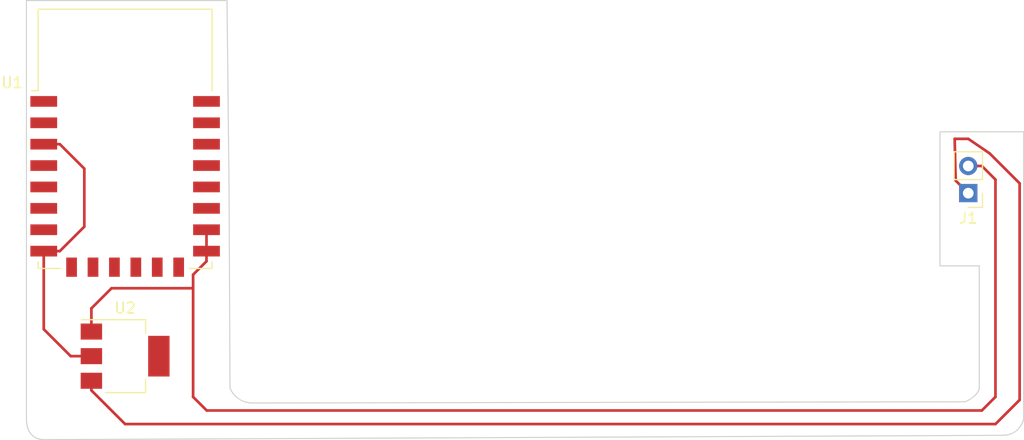
<source format=kicad_pcb>
(kicad_pcb (version 20171130) (host pcbnew 5.1.6+dfsg1-1)

  (general
    (thickness 1.6)
    (drawings 0)
    (tracks 32)
    (zones 0)
    (modules 4)
    (nets 22)
  )

  (page A4)
  (layers
    (0 F.Cu signal)
    (31 B.Cu signal)
    (32 B.Adhes user)
    (33 F.Adhes user)
    (34 B.Paste user)
    (35 F.Paste user)
    (36 B.SilkS user)
    (37 F.SilkS user)
    (38 B.Mask user)
    (39 F.Mask user)
    (40 Dwgs.User user)
    (41 Cmts.User user)
    (42 Eco1.User user)
    (43 Eco2.User user)
    (44 Edge.Cuts user)
    (45 Margin user)
    (46 B.CrtYd user)
    (47 F.CrtYd user)
    (48 B.Fab user)
    (49 F.Fab user)
  )

  (setup
    (last_trace_width 0.25)
    (trace_clearance 0.2)
    (zone_clearance 0.508)
    (zone_45_only no)
    (trace_min 0.2)
    (via_size 0.8)
    (via_drill 0.4)
    (via_min_size 0.4)
    (via_min_drill 0.3)
    (uvia_size 0.3)
    (uvia_drill 0.1)
    (uvias_allowed no)
    (uvia_min_size 0.2)
    (uvia_min_drill 0.1)
    (edge_width 0.05)
    (segment_width 0.2)
    (pcb_text_width 0.3)
    (pcb_text_size 1.5 1.5)
    (mod_edge_width 0.12)
    (mod_text_size 1 1)
    (mod_text_width 0.15)
    (pad_size 1.524 1.524)
    (pad_drill 0.762)
    (pad_to_mask_clearance 0.05)
    (aux_axis_origin 0 0)
    (visible_elements FFFFFF7F)
    (pcbplotparams
      (layerselection 0x010fc_ffffffff)
      (usegerberextensions false)
      (usegerberattributes true)
      (usegerberadvancedattributes true)
      (creategerberjobfile true)
      (excludeedgelayer true)
      (linewidth 0.100000)
      (plotframeref false)
      (viasonmask false)
      (mode 1)
      (useauxorigin false)
      (hpglpennumber 1)
      (hpglpenspeed 20)
      (hpglpendiameter 15.000000)
      (psnegative false)
      (psa4output false)
      (plotreference true)
      (plotvalue true)
      (plotinvisibletext false)
      (padsonsilk false)
      (subtractmaskfromsilk false)
      (outputformat 1)
      (mirror false)
      (drillshape 0)
      (scaleselection 1)
      (outputdirectory "../../opencoil-paracity/electronics/esp-wireless-charging-pcb/gerbers/"))
  )

  (net 0 "")
  (net 1 "Net-(J1-Pad1)")
  (net 2 "Net-(J1-Pad2)")
  (net 3 "Net-(U1-Pad1)")
  (net 4 "Net-(U1-Pad2)")
  (net 5 "Net-(U1-Pad3)")
  (net 6 "Net-(U1-Pad4)")
  (net 7 "Net-(U1-Pad5)")
  (net 8 "Net-(U1-Pad6)")
  (net 9 "Net-(U1-Pad7)")
  (net 10 "Net-(U1-Pad9)")
  (net 11 "Net-(U1-Pad10)")
  (net 12 "Net-(U1-Pad11)")
  (net 13 "Net-(U1-Pad12)")
  (net 14 "Net-(U1-Pad13)")
  (net 15 "Net-(U1-Pad14)")
  (net 16 "Net-(U1-Pad17)")
  (net 17 "Net-(U1-Pad18)")
  (net 18 "Net-(U1-Pad19)")
  (net 19 "Net-(U1-Pad20)")
  (net 20 "Net-(U1-Pad21)")
  (net 21 "Net-(U1-Pad22)")

  (net_class Default "This is the default net class."
    (clearance 0.2)
    (trace_width 0.25)
    (via_dia 0.8)
    (via_drill 0.4)
    (uvia_dia 0.3)
    (uvia_drill 0.1)
    (add_net "Net-(J1-Pad1)")
    (add_net "Net-(J1-Pad2)")
    (add_net "Net-(U1-Pad1)")
    (add_net "Net-(U1-Pad10)")
    (add_net "Net-(U1-Pad11)")
    (add_net "Net-(U1-Pad12)")
    (add_net "Net-(U1-Pad13)")
    (add_net "Net-(U1-Pad14)")
    (add_net "Net-(U1-Pad17)")
    (add_net "Net-(U1-Pad18)")
    (add_net "Net-(U1-Pad19)")
    (add_net "Net-(U1-Pad2)")
    (add_net "Net-(U1-Pad20)")
    (add_net "Net-(U1-Pad21)")
    (add_net "Net-(U1-Pad22)")
    (add_net "Net-(U1-Pad3)")
    (add_net "Net-(U1-Pad4)")
    (add_net "Net-(U1-Pad5)")
    (add_net "Net-(U1-Pad6)")
    (add_net "Net-(U1-Pad7)")
    (add_net "Net-(U1-Pad9)")
  )

  (module esp-wireless-charging-2:drawing (layer F.Cu) (tedit 0) (tstamp 5F6171A1)
    (at 149.86 72.39)
    (fp_text reference Ref** (at 0 0) (layer F.SilkS) hide
      (effects (font (size 1.27 1.27) (thickness 0.15)))
    )
    (fp_text value Val** (at 0 0) (layer F.SilkS) hide
      (effects (font (size 1.27 1.27) (thickness 0.15)))
    )
    (fp_line (start 36.923 11.0143) (end 36.923 11.0143) (layer Edge.Cuts) (width 0.1))
    (fp_line (start 36.923 -13.358) (end 36.923 11.0143) (layer Edge.Cuts) (width 0.1))
    (fp_line (start 29.107 -13.358) (end 36.923 -13.358) (layer Edge.Cuts) (width 0.1))
    (fp_line (start 29.106 -0.8235) (end 29.107 -13.358) (layer Edge.Cuts) (width 0.1))
    (fp_line (start 32.78 -0.8235) (end 29.106 -0.8235) (layer Edge.Cuts) (width 0.1))
    (fp_line (start 32.78 10.4921) (end 32.78 -0.8235) (layer Edge.Cuts) (width 0.1))
    (fp_line (start 32.766 10.6512) (end 32.78 10.4921) (layer Edge.Cuts) (width 0.1))
    (fp_line (start 32.723 10.8019) (end 32.766 10.6512) (layer Edge.Cuts) (width 0.1))
    (fp_line (start 32.659 10.9438) (end 32.723 10.8019) (layer Edge.Cuts) (width 0.1))
    (fp_line (start 32.573 11.0769) (end 32.659 10.9438) (layer Edge.Cuts) (width 0.1))
    (fp_line (start 32.362 11.3152) (end 32.573 11.0769) (layer Edge.Cuts) (width 0.1))
    (fp_line (start 32.117 11.5148) (end 32.362 11.3152) (layer Edge.Cuts) (width 0.1))
    (fp_line (start 31.874 11.6736) (end 32.117 11.5148) (layer Edge.Cuts) (width 0.1))
    (fp_line (start 31.662 11.7896) (end 31.874 11.6736) (layer Edge.Cuts) (width 0.1))
    (fp_line (start 31.455 11.8847) (end 31.662 11.7896) (layer Edge.Cuts) (width 0.1))
    (fp_line (start -35.0417 11.9987) (end 31.455 11.8847) (layer Edge.Cuts) (width 0.1))
    (fp_line (start -35.339 11.9831) (end -35.0417 11.9987) (layer Edge.Cuts) (width 0.1))
    (fp_line (start -35.6101 11.9389) (end -35.339 11.9831) (layer Edge.Cuts) (width 0.1))
    (fp_line (start -35.8559 11.8702) (end -35.6101 11.9389) (layer Edge.Cuts) (width 0.1))
    (fp_line (start -36.0774 11.7812) (end -35.8559 11.8702) (layer Edge.Cuts) (width 0.1))
    (fp_line (start -36.2757 11.6758) (end -36.0774 11.7812) (layer Edge.Cuts) (width 0.1))
    (fp_line (start -36.4516 11.5582) (end -36.2757 11.6758) (layer Edge.Cuts) (width 0.1))
    (fp_line (start -36.606 11.4323) (end -36.4516 11.5582) (layer Edge.Cuts) (width 0.1))
    (fp_line (start -36.7402 11.3024) (end -36.606 11.4323) (layer Edge.Cuts) (width 0.1))
    (fp_line (start -36.9512 11.0467) (end -36.7402 11.3024) (layer Edge.Cuts) (width 0.1))
    (fp_line (start -37.0923 10.8237) (end -36.9512 11.0467) (layer Edge.Cuts) (width 0.1))
    (fp_line (start -37.1959 10.6061) (end -37.0923 10.8237) (layer Edge.Cuts) (width 0.1))
    (fp_line (start -37.2337 2.4565) (end -37.1959 10.6061) (layer Edge.Cuts) (width 0.1))
    (fp_line (start -37.2796 -7.5676) (end -37.2337 2.4565) (layer Edge.Cuts) (width 0.1))
    (fp_line (start -37.4739 -25.63) (end -37.2796 -7.5676) (layer Edge.Cuts) (width 0.1))
    (fp_line (start -56.2065 -25.63) (end -37.4739 -25.63) (layer Edge.Cuts) (width 0.1))
    (fp_line (start -56.2065 0.0455) (end -56.2065 -25.63) (layer Edge.Cuts) (width 0.1))
    (fp_line (start -56.2065 0.3951) (end -56.2065 0.0455) (layer Edge.Cuts) (width 0.1))
    (fp_line (start -56.2065 13.5103) (end -56.2065 0.3951) (layer Edge.Cuts) (width 0.1))
    (fp_line (start -56.1885 13.8569) (end -56.2065 13.5103) (layer Edge.Cuts) (width 0.1))
    (fp_line (start -56.1378 14.159) (end -56.1885 13.8569) (layer Edge.Cuts) (width 0.1))
    (fp_line (start -56.0588 14.4196) (end -56.1378 14.159) (layer Edge.Cuts) (width 0.1))
    (fp_line (start -55.9565 14.6418) (end -56.0588 14.4196) (layer Edge.Cuts) (width 0.1))
    (fp_line (start -55.8353 14.8286) (end -55.9565 14.6418) (layer Edge.Cuts) (width 0.1))
    (fp_line (start -55.7001 14.9831) (end -55.8353 14.8286) (layer Edge.Cuts) (width 0.1))
    (fp_line (start -55.5555 15.1084) (end -55.7001 14.9831) (layer Edge.Cuts) (width 0.1))
    (fp_line (start -55.4062 15.2075) (end -55.5555 15.1084) (layer Edge.Cuts) (width 0.1))
    (fp_line (start -55.2569 15.2835) (end -55.4062 15.2075) (layer Edge.Cuts) (width 0.1))
    (fp_line (start -55.1123 15.3395) (end -55.2569 15.2835) (layer Edge.Cuts) (width 0.1))
    (fp_line (start -54.8559 15.4035) (end -55.1123 15.3395) (layer Edge.Cuts) (width 0.1))
    (fp_line (start -54.6746 15.4239) (end -54.8559 15.4035) (layer Edge.Cuts) (width 0.1))
    (fp_line (start -54.6058 15.4252) (end -54.6746 15.4239) (layer Edge.Cuts) (width 0.1))
    (fp_line (start 34.99 15.0185) (end -54.6058 15.4252) (layer Edge.Cuts) (width 0.1))
    (fp_line (start 35.275 15.0016) (end 34.99 15.0185) (layer Edge.Cuts) (width 0.1))
    (fp_line (start 35.533 14.9537) (end 35.275 15.0016) (layer Edge.Cuts) (width 0.1))
    (fp_line (start 35.764 14.8793) (end 35.533 14.9537) (layer Edge.Cuts) (width 0.1))
    (fp_line (start 35.968 14.7828) (end 35.764 14.8793) (layer Edge.Cuts) (width 0.1))
    (fp_line (start 36.149 14.6685) (end 35.968 14.7828) (layer Edge.Cuts) (width 0.1))
    (fp_line (start 36.306 14.5412) (end 36.149 14.6685) (layer Edge.Cuts) (width 0.1))
    (fp_line (start 36.441 14.4048) (end 36.306 14.5412) (layer Edge.Cuts) (width 0.1))
    (fp_line (start 36.558 14.264) (end 36.441 14.4048) (layer Edge.Cuts) (width 0.1))
    (fp_line (start 36.734 13.9871) (end 36.558 14.264) (layer Edge.Cuts) (width 0.1))
    (fp_line (start 36.846 13.7454) (end 36.734 13.9871) (layer Edge.Cuts) (width 0.1))
    (fp_line (start 36.923 13.5096) (end 36.846 13.7454) (layer Edge.Cuts) (width 0.1))
    (fp_line (start 36.923 11.0143) (end 36.923 13.5096) (layer Edge.Cuts) (width 0.1))
  )

  (module Connector_PinHeader_2.54mm:PinHeader_1x02_P2.54mm_Vertical (layer F.Cu) (tedit 59FED5CC) (tstamp 5F603AD4)
    (at 181.61 64.77 180)
    (descr "Through hole straight pin header, 1x02, 2.54mm pitch, single row")
    (tags "Through hole pin header THT 1x02 2.54mm single row")
    (path /5F5FEA51)
    (fp_text reference J1 (at 0 -2.33) (layer F.SilkS)
      (effects (font (size 1 1) (thickness 0.15)))
    )
    (fp_text value Conn_01x02 (at -3.81 0 -90) (layer F.Fab)
      (effects (font (size 1 1) (thickness 0.15)))
    )
    (fp_line (start -0.635 -1.27) (end 1.27 -1.27) (layer F.Fab) (width 0.1))
    (fp_line (start 1.27 -1.27) (end 1.27 3.81) (layer F.Fab) (width 0.1))
    (fp_line (start 1.27 3.81) (end -1.27 3.81) (layer F.Fab) (width 0.1))
    (fp_line (start -1.27 3.81) (end -1.27 -0.635) (layer F.Fab) (width 0.1))
    (fp_line (start -1.27 -0.635) (end -0.635 -1.27) (layer F.Fab) (width 0.1))
    (fp_line (start -1.33 3.87) (end 1.33 3.87) (layer F.SilkS) (width 0.12))
    (fp_line (start -1.33 1.27) (end -1.33 3.87) (layer F.SilkS) (width 0.12))
    (fp_line (start 1.33 1.27) (end 1.33 3.87) (layer F.SilkS) (width 0.12))
    (fp_line (start -1.33 1.27) (end 1.33 1.27) (layer F.SilkS) (width 0.12))
    (fp_line (start -1.33 0) (end -1.33 -1.33) (layer F.SilkS) (width 0.12))
    (fp_line (start -1.33 -1.33) (end 0 -1.33) (layer F.SilkS) (width 0.12))
    (fp_line (start -1.8 -1.8) (end -1.8 4.35) (layer F.CrtYd) (width 0.05))
    (fp_line (start -1.8 4.35) (end 1.8 4.35) (layer F.CrtYd) (width 0.05))
    (fp_line (start 1.8 4.35) (end 1.8 -1.8) (layer F.CrtYd) (width 0.05))
    (fp_line (start 1.8 -1.8) (end -1.8 -1.8) (layer F.CrtYd) (width 0.05))
    (fp_text user %R (at 0 1.27 90) (layer F.Fab)
      (effects (font (size 1 1) (thickness 0.15)))
    )
    (pad 1 thru_hole rect (at 0 0 180) (size 1.7 1.7) (drill 1) (layers *.Cu *.Mask)
      (net 1 "Net-(J1-Pad1)"))
    (pad 2 thru_hole oval (at 0 2.54 180) (size 1.7 1.7) (drill 1) (layers *.Cu *.Mask)
      (net 2 "Net-(J1-Pad2)"))
    (model ${KISYS3DMOD}/Connector_PinHeader_2.54mm.3dshapes/PinHeader_1x02_P2.54mm_Vertical.wrl
      (at (xyz 0 0 0))
      (scale (xyz 1 1 1))
      (rotate (xyz 0 0 0))
    )
  )

  (module RF_Module:ESP-12E (layer F.Cu) (tedit 5A030172) (tstamp 5F61F3CC)
    (at 102.87 59.69)
    (descr "Wi-Fi Module, http://wiki.ai-thinker.com/_media/esp8266/docs/aithinker_esp_12f_datasheet_en.pdf")
    (tags "Wi-Fi Module")
    (path /5F5FC996)
    (attr smd)
    (fp_text reference U1 (at -10.56 -5.26) (layer F.SilkS)
      (effects (font (size 1 1) (thickness 0.15)))
    )
    (fp_text value ESP-12F (at 0 3.81) (layer F.Fab)
      (effects (font (size 1 1) (thickness 0.15)))
    )
    (fp_line (start -8 -12) (end 8 -12) (layer F.Fab) (width 0.12))
    (fp_line (start 8 -12) (end 8 12) (layer F.Fab) (width 0.12))
    (fp_line (start 8 12) (end -8 12) (layer F.Fab) (width 0.12))
    (fp_line (start -8 12) (end -8 -3) (layer F.Fab) (width 0.12))
    (fp_line (start -8 -3) (end -7.5 -3.5) (layer F.Fab) (width 0.12))
    (fp_line (start -7.5 -3.5) (end -8 -4) (layer F.Fab) (width 0.12))
    (fp_line (start -8 -4) (end -8 -12) (layer F.Fab) (width 0.12))
    (fp_line (start -9.05 -12.2) (end 9.05 -12.2) (layer F.CrtYd) (width 0.05))
    (fp_line (start 9.05 -12.2) (end 9.05 13.1) (layer F.CrtYd) (width 0.05))
    (fp_line (start 9.05 13.1) (end -9.05 13.1) (layer F.CrtYd) (width 0.05))
    (fp_line (start -9.05 13.1) (end -9.05 -12.2) (layer F.CrtYd) (width 0.05))
    (fp_line (start -8.12 -12.12) (end 8.12 -12.12) (layer F.SilkS) (width 0.12))
    (fp_line (start 8.12 -12.12) (end 8.12 -4.5) (layer F.SilkS) (width 0.12))
    (fp_line (start 8.12 11.5) (end 8.12 12.12) (layer F.SilkS) (width 0.12))
    (fp_line (start 8.12 12.12) (end 6 12.12) (layer F.SilkS) (width 0.12))
    (fp_line (start -6 12.12) (end -8.12 12.12) (layer F.SilkS) (width 0.12))
    (fp_line (start -8.12 12.12) (end -8.12 11.5) (layer F.SilkS) (width 0.12))
    (fp_line (start -8.12 -4.5) (end -8.12 -12.12) (layer F.SilkS) (width 0.12))
    (fp_line (start -8.12 -4.5) (end -8.73 -4.5) (layer F.SilkS) (width 0.12))
    (fp_line (start -8.12 -12.12) (end 8.12 -12.12) (layer Dwgs.User) (width 0.12))
    (fp_line (start 8.12 -12.12) (end 8.12 -4.8) (layer Dwgs.User) (width 0.12))
    (fp_line (start 8.12 -4.8) (end -8.12 -4.8) (layer Dwgs.User) (width 0.12))
    (fp_line (start -8.12 -4.8) (end -8.12 -12.12) (layer Dwgs.User) (width 0.12))
    (fp_line (start -8.12 -9.12) (end -5.12 -12.12) (layer Dwgs.User) (width 0.12))
    (fp_line (start -8.12 -6.12) (end -2.12 -12.12) (layer Dwgs.User) (width 0.12))
    (fp_line (start -6.44 -4.8) (end 0.88 -12.12) (layer Dwgs.User) (width 0.12))
    (fp_line (start -3.44 -4.8) (end 3.88 -12.12) (layer Dwgs.User) (width 0.12))
    (fp_line (start -0.44 -4.8) (end 6.88 -12.12) (layer Dwgs.User) (width 0.12))
    (fp_line (start 2.56 -4.8) (end 8.12 -10.36) (layer Dwgs.User) (width 0.12))
    (fp_line (start 5.56 -4.8) (end 8.12 -7.36) (layer Dwgs.User) (width 0.12))
    (fp_text user Antenna (at -0.06 -7 180) (layer Cmts.User)
      (effects (font (size 1 1) (thickness 0.15)))
    )
    (fp_text user "KEEP-OUT ZONE" (at 0.03 -9.55 180) (layer Cmts.User)
      (effects (font (size 1 1) (thickness 0.15)))
    )
    (fp_text user %R (at 0.49 -0.8) (layer F.Fab)
      (effects (font (size 1 1) (thickness 0.15)))
    )
    (pad 1 smd rect (at -7.6 -3.5) (size 2.5 1) (layers F.Cu F.Paste F.Mask)
      (net 3 "Net-(U1-Pad1)"))
    (pad 2 smd rect (at -7.6 -1.5) (size 2.5 1) (layers F.Cu F.Paste F.Mask)
      (net 4 "Net-(U1-Pad2)"))
    (pad 3 smd rect (at -7.6 0.5) (size 2.5 1) (layers F.Cu F.Paste F.Mask)
      (net 5 "Net-(U1-Pad3)"))
    (pad 4 smd rect (at -7.6 2.5) (size 2.5 1) (layers F.Cu F.Paste F.Mask)
      (net 6 "Net-(U1-Pad4)"))
    (pad 5 smd rect (at -7.6 4.5) (size 2.5 1) (layers F.Cu F.Paste F.Mask)
      (net 7 "Net-(U1-Pad5)"))
    (pad 6 smd rect (at -7.6 6.5) (size 2.5 1) (layers F.Cu F.Paste F.Mask)
      (net 8 "Net-(U1-Pad6)"))
    (pad 7 smd rect (at -7.6 8.5) (size 2.5 1) (layers F.Cu F.Paste F.Mask)
      (net 9 "Net-(U1-Pad7)"))
    (pad 8 smd rect (at -7.6 10.5) (size 2.5 1) (layers F.Cu F.Paste F.Mask)
      (net 5 "Net-(U1-Pad3)"))
    (pad 9 smd rect (at -5 12) (size 1 1.8) (layers F.Cu F.Paste F.Mask)
      (net 10 "Net-(U1-Pad9)"))
    (pad 10 smd rect (at -3 12) (size 1 1.8) (layers F.Cu F.Paste F.Mask)
      (net 11 "Net-(U1-Pad10)"))
    (pad 11 smd rect (at -1 12) (size 1 1.8) (layers F.Cu F.Paste F.Mask)
      (net 12 "Net-(U1-Pad11)"))
    (pad 12 smd rect (at 1 12) (size 1 1.8) (layers F.Cu F.Paste F.Mask)
      (net 13 "Net-(U1-Pad12)"))
    (pad 13 smd rect (at 3 12) (size 1 1.8) (layers F.Cu F.Paste F.Mask)
      (net 14 "Net-(U1-Pad13)"))
    (pad 14 smd rect (at 5 12) (size 1 1.8) (layers F.Cu F.Paste F.Mask)
      (net 15 "Net-(U1-Pad14)"))
    (pad 15 smd rect (at 7.6 10.5) (size 2.5 1) (layers F.Cu F.Paste F.Mask)
      (net 2 "Net-(J1-Pad2)"))
    (pad 16 smd rect (at 7.6 8.5) (size 2.5 1) (layers F.Cu F.Paste F.Mask)
      (net 2 "Net-(J1-Pad2)"))
    (pad 17 smd rect (at 7.6 6.5) (size 2.5 1) (layers F.Cu F.Paste F.Mask)
      (net 16 "Net-(U1-Pad17)"))
    (pad 18 smd rect (at 7.6 4.5) (size 2.5 1) (layers F.Cu F.Paste F.Mask)
      (net 17 "Net-(U1-Pad18)"))
    (pad 19 smd rect (at 7.6 2.5) (size 2.5 1) (layers F.Cu F.Paste F.Mask)
      (net 18 "Net-(U1-Pad19)"))
    (pad 20 smd rect (at 7.6 0.5) (size 2.5 1) (layers F.Cu F.Paste F.Mask)
      (net 19 "Net-(U1-Pad20)"))
    (pad 21 smd rect (at 7.6 -1.5) (size 2.5 1) (layers F.Cu F.Paste F.Mask)
      (net 20 "Net-(U1-Pad21)"))
    (pad 22 smd rect (at 7.6 -3.5) (size 2.5 1) (layers F.Cu F.Paste F.Mask)
      (net 21 "Net-(U1-Pad22)"))
    (model ${KISYS3DMOD}/RF_Module.3dshapes/ESP-12E.wrl
      (at (xyz 0 0 0))
      (scale (xyz 1 1 1))
      (rotate (xyz 0 0 0))
    )
  )

  (module Package_TO_SOT_SMD:SOT-223-3_TabPin2 (layer F.Cu) (tedit 5A02FF57) (tstamp 5F603B25)
    (at 102.87 80.01)
    (descr "module CMS SOT223 4 pins")
    (tags "CMS SOT")
    (path /5F5FD947)
    (attr smd)
    (fp_text reference U2 (at 0 -4.5) (layer F.SilkS)
      (effects (font (size 1 1) (thickness 0.15)))
    )
    (fp_text value LM1117-3.3 (at 0 4.5) (layer F.Fab)
      (effects (font (size 1 1) (thickness 0.15)))
    )
    (fp_line (start 1.91 3.41) (end 1.91 2.15) (layer F.SilkS) (width 0.12))
    (fp_line (start 1.91 -3.41) (end 1.91 -2.15) (layer F.SilkS) (width 0.12))
    (fp_line (start 4.4 -3.6) (end -4.4 -3.6) (layer F.CrtYd) (width 0.05))
    (fp_line (start 4.4 3.6) (end 4.4 -3.6) (layer F.CrtYd) (width 0.05))
    (fp_line (start -4.4 3.6) (end 4.4 3.6) (layer F.CrtYd) (width 0.05))
    (fp_line (start -4.4 -3.6) (end -4.4 3.6) (layer F.CrtYd) (width 0.05))
    (fp_line (start -1.85 -2.35) (end -0.85 -3.35) (layer F.Fab) (width 0.1))
    (fp_line (start -1.85 -2.35) (end -1.85 3.35) (layer F.Fab) (width 0.1))
    (fp_line (start -1.85 3.41) (end 1.91 3.41) (layer F.SilkS) (width 0.12))
    (fp_line (start -0.85 -3.35) (end 1.85 -3.35) (layer F.Fab) (width 0.1))
    (fp_line (start -4.1 -3.41) (end 1.91 -3.41) (layer F.SilkS) (width 0.12))
    (fp_line (start -1.85 3.35) (end 1.85 3.35) (layer F.Fab) (width 0.1))
    (fp_line (start 1.85 -3.35) (end 1.85 3.35) (layer F.Fab) (width 0.1))
    (fp_text user %R (at 0 0 90) (layer F.Fab)
      (effects (font (size 0.8 0.8) (thickness 0.12)))
    )
    (pad 2 smd rect (at 3.15 0) (size 2 3.8) (layers F.Cu F.Paste F.Mask)
      (net 5 "Net-(U1-Pad3)"))
    (pad 2 smd rect (at -3.15 0) (size 2 1.5) (layers F.Cu F.Paste F.Mask)
      (net 5 "Net-(U1-Pad3)"))
    (pad 3 smd rect (at -3.15 2.3) (size 2 1.5) (layers F.Cu F.Paste F.Mask)
      (net 1 "Net-(J1-Pad1)"))
    (pad 1 smd rect (at -3.15 -2.3) (size 2 1.5) (layers F.Cu F.Paste F.Mask)
      (net 2 "Net-(J1-Pad2)"))
    (model ${KISYS3DMOD}/Package_TO_SOT_SMD.3dshapes/SOT-223.wrl
      (at (xyz 0 0 0))
      (scale (xyz 1 1 1))
      (rotate (xyz 0 0 0))
    )
  )

  (segment (start 180.434999 63.594999) (end 181.61 64.77) (width 0.25) (layer F.Cu) (net 1))
  (segment (start 180.34 59.69) (end 180.434999 63.594999) (width 0.25) (layer F.Cu) (net 1))
  (segment (start 181.61 59.69) (end 180.34 59.69) (width 0.25) (layer F.Cu) (net 1))
  (segment (start 186.40799 84.10201) (end 186.40799 63.85158) (width 0.25) (layer F.Cu) (net 1))
  (segment (start 183.611409 61.054999) (end 181.61 59.69) (width 0.25) (layer F.Cu) (net 1))
  (segment (start 186.40799 63.85158) (end 183.611409 61.054999) (width 0.25) (layer F.Cu) (net 1))
  (segment (start 184.15 86.36) (end 186.40799 84.10201) (width 0.25) (layer F.Cu) (net 1))
  (segment (start 102.87 86.36) (end 184.15 86.36) (width 0.25) (layer F.Cu) (net 1))
  (segment (start 99.72 83.21) (end 102.87 86.36) (width 0.25) (layer F.Cu) (net 1))
  (segment (start 99.72 82.31) (end 99.72 83.21) (width 0.25) (layer F.Cu) (net 1))
  (segment (start 109.22 72.39) (end 110.47 71.14) (width 0.25) (layer F.Cu) (net 2))
  (segment (start 110.47 71.14) (end 110.47 70.19) (width 0.25) (layer F.Cu) (net 2))
  (segment (start 110.47 68.19) (end 110.47 70.19) (width 0.25) (layer F.Cu) (net 2))
  (segment (start 99.72 77.71) (end 99.72 75.54) (width 0.25) (layer F.Cu) (net 2))
  (segment (start 99.72 75.54) (end 101.6 73.66) (width 0.25) (layer F.Cu) (net 2))
  (segment (start 101.6 73.66) (end 109.22 73.66) (width 0.25) (layer F.Cu) (net 2))
  (segment (start 109.22 73.66) (end 109.22 72.39) (width 0.25) (layer F.Cu) (net 2))
  (segment (start 109.22 83.82) (end 109.22 73.66) (width 0.25) (layer F.Cu) (net 2))
  (segment (start 110.49 85.09) (end 109.22 83.82) (width 0.25) (layer F.Cu) (net 2))
  (segment (start 182.88 85.09) (end 110.49 85.09) (width 0.25) (layer F.Cu) (net 2))
  (segment (start 184.15 83.82) (end 182.88 85.09) (width 0.25) (layer F.Cu) (net 2))
  (segment (start 184.15 63.5) (end 184.15 83.82) (width 0.25) (layer F.Cu) (net 2))
  (segment (start 182.88 62.23) (end 184.15 63.5) (width 0.25) (layer F.Cu) (net 2))
  (segment (start 181.61 62.23) (end 182.88 62.23) (width 0.25) (layer F.Cu) (net 2))
  (segment (start 96.77 60.19) (end 99.06 62.48) (width 0.25) (layer F.Cu) (net 5))
  (segment (start 95.27 60.19) (end 96.77 60.19) (width 0.25) (layer F.Cu) (net 5))
  (segment (start 99.06 67.9) (end 96.77 70.19) (width 0.25) (layer F.Cu) (net 5))
  (segment (start 96.77 70.19) (end 95.27 70.19) (width 0.25) (layer F.Cu) (net 5))
  (segment (start 99.06 62.48) (end 99.06 67.9) (width 0.25) (layer F.Cu) (net 5))
  (segment (start 99.72 80.01) (end 97.79 80.01) (width 0.25) (layer F.Cu) (net 5))
  (segment (start 95.27 77.49) (end 95.27 70.19) (width 0.25) (layer F.Cu) (net 5))
  (segment (start 97.79 80.01) (end 95.27 77.49) (width 0.25) (layer F.Cu) (net 5))

)

</source>
